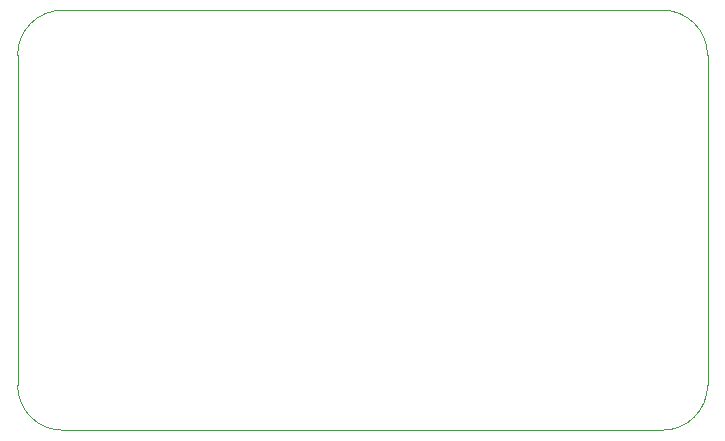
<source format=gm1>
G04 #@! TF.GenerationSoftware,KiCad,Pcbnew,(5.1.8)-1*
G04 #@! TF.CreationDate,2023-01-27T03:14:51+01:00*
G04 #@! TF.ProjectId,Gameport,47616d65-706f-4727-942e-6b696361645f,rev?*
G04 #@! TF.SameCoordinates,Original*
G04 #@! TF.FileFunction,Profile,NP*
%FSLAX46Y46*%
G04 Gerber Fmt 4.6, Leading zero omitted, Abs format (unit mm)*
G04 Created by KiCad (PCBNEW (5.1.8)-1) date 2023-01-27 03:14:51*
%MOMM*%
%LPD*%
G01*
G04 APERTURE LIST*
G04 #@! TA.AperFunction,Profile*
%ADD10C,0.050000*%
G04 #@! TD*
G04 APERTURE END LIST*
D10*
X114935000Y-80010000D02*
G75*
G02*
X118745000Y-76200000I3810000J0D01*
G01*
X169545000Y-76200000D02*
G75*
G02*
X173355000Y-80010000I0J-3810000D01*
G01*
X173355000Y-107950000D02*
G75*
G02*
X169545000Y-111760000I-3810000J0D01*
G01*
X118745000Y-76200000D02*
X169545000Y-76200000D01*
X118745000Y-111760000D02*
G75*
G02*
X114935000Y-107950000I0J3810000D01*
G01*
X118745000Y-111760000D02*
X169545000Y-111760000D01*
X173355000Y-107950000D02*
X173355000Y-80010000D01*
X114935000Y-107950000D02*
X114935000Y-80010000D01*
M02*

</source>
